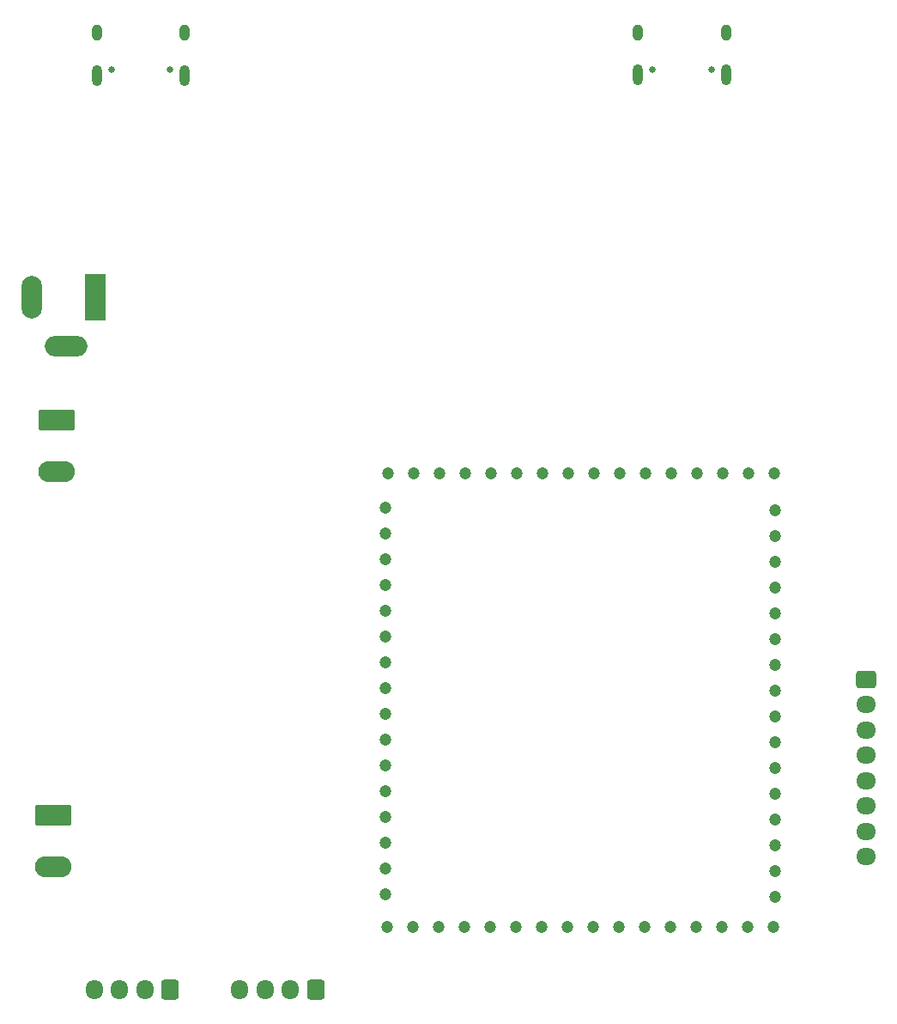
<source format=gbs>
G04 #@! TF.GenerationSoftware,KiCad,Pcbnew,(6.0.0)*
G04 #@! TF.CreationDate,2022-08-31T12:15:39-03:00*
G04 #@! TF.ProjectId,PCBMestrado_v1,5043424d-6573-4747-9261-646f5f76312e,rev?*
G04 #@! TF.SameCoordinates,Original*
G04 #@! TF.FileFunction,Soldermask,Bot*
G04 #@! TF.FilePolarity,Negative*
%FSLAX46Y46*%
G04 Gerber Fmt 4.6, Leading zero omitted, Abs format (unit mm)*
G04 Created by KiCad (PCBNEW (6.0.0)) date 2022-08-31 12:15:39*
%MOMM*%
%LPD*%
G01*
G04 APERTURE LIST*
G04 Aperture macros list*
%AMRoundRect*
0 Rectangle with rounded corners*
0 $1 Rounding radius*
0 $2 $3 $4 $5 $6 $7 $8 $9 X,Y pos of 4 corners*
0 Add a 4 corners polygon primitive as box body*
4,1,4,$2,$3,$4,$5,$6,$7,$8,$9,$2,$3,0*
0 Add four circle primitives for the rounded corners*
1,1,$1+$1,$2,$3*
1,1,$1+$1,$4,$5*
1,1,$1+$1,$6,$7*
1,1,$1+$1,$8,$9*
0 Add four rect primitives between the rounded corners*
20,1,$1+$1,$2,$3,$4,$5,0*
20,1,$1+$1,$4,$5,$6,$7,0*
20,1,$1+$1,$6,$7,$8,$9,0*
20,1,$1+$1,$8,$9,$2,$3,0*%
G04 Aperture macros list end*
%ADD10RoundRect,0.250000X-0.725000X0.600000X-0.725000X-0.600000X0.725000X-0.600000X0.725000X0.600000X0*%
%ADD11O,1.950000X1.700000*%
%ADD12C,0.650000*%
%ADD13O,1.000000X1.600000*%
%ADD14O,1.000000X2.100000*%
%ADD15C,1.200000*%
%ADD16RoundRect,0.250000X0.600000X0.725000X-0.600000X0.725000X-0.600000X-0.725000X0.600000X-0.725000X0*%
%ADD17O,1.700000X1.950000*%
%ADD18RoundRect,0.249999X-1.550001X0.790001X-1.550001X-0.790001X1.550001X-0.790001X1.550001X0.790001X0*%
%ADD19O,3.600000X2.080000*%
%ADD20R,2.000000X4.600000*%
%ADD21O,2.000000X4.200000*%
%ADD22O,4.200000X2.000000*%
G04 APERTURE END LIST*
D10*
X190119000Y-117914400D03*
D11*
X190119000Y-120414400D03*
X190119000Y-122914400D03*
X190119000Y-125414400D03*
X190119000Y-127914400D03*
X190119000Y-130414400D03*
X190119000Y-132914400D03*
X190119000Y-135414400D03*
D12*
X174848000Y-57843800D03*
X169068000Y-57843800D03*
D13*
X167638000Y-54193800D03*
D14*
X167638000Y-58373800D03*
D13*
X176278000Y-54193800D03*
D14*
X176278000Y-58373800D03*
D15*
X142732200Y-101000800D03*
X142732200Y-103540800D03*
X142732200Y-106080800D03*
X142732200Y-108620800D03*
X142732200Y-111160800D03*
X142732200Y-113700800D03*
X142732200Y-116240800D03*
X142732200Y-118780800D03*
X142732200Y-121320800D03*
X142732200Y-123860800D03*
X142732200Y-126400800D03*
X142732200Y-128940800D03*
X142732200Y-131480800D03*
X142732200Y-134020800D03*
X142732200Y-136560800D03*
X142732200Y-139100800D03*
X142887200Y-142355800D03*
X145427200Y-142355800D03*
X147967200Y-142355800D03*
X150507200Y-142355800D03*
X153047200Y-142355800D03*
X155587200Y-142355800D03*
X158127200Y-142355800D03*
X160667200Y-142355800D03*
X163207200Y-142355800D03*
X165747200Y-142355800D03*
X168287200Y-142355800D03*
X170827200Y-142355800D03*
X173367200Y-142355800D03*
X175907200Y-142355800D03*
X178447200Y-142355800D03*
X180987200Y-142355800D03*
X181132200Y-139350800D03*
X181132200Y-136810800D03*
X181132200Y-134270800D03*
X181132200Y-131730800D03*
X181132200Y-129190800D03*
X181132200Y-126650800D03*
X181132200Y-124110800D03*
X181132200Y-121570800D03*
X181132200Y-119030800D03*
X181132200Y-116490800D03*
X181132200Y-113950800D03*
X181132200Y-111410800D03*
X181132200Y-108870800D03*
X181132200Y-106330800D03*
X181132200Y-103790800D03*
X181132200Y-101250800D03*
X181037200Y-97605800D03*
X178497200Y-97605800D03*
X175957200Y-97605800D03*
X173417200Y-97605800D03*
X170877200Y-97605800D03*
X168337200Y-97605800D03*
X165797200Y-97605800D03*
X163257200Y-97605800D03*
X160717200Y-97605800D03*
X158177200Y-97605800D03*
X155637200Y-97605800D03*
X153097200Y-97605800D03*
X150557200Y-97605800D03*
X148017200Y-97605800D03*
X145477200Y-97605800D03*
X142937200Y-97605800D03*
D16*
X135839200Y-148513800D03*
D17*
X133339200Y-148513800D03*
X130839200Y-148513800D03*
X128339200Y-148513800D03*
D18*
X110236000Y-92329000D03*
D19*
X110236000Y-97409000D03*
D12*
X121482600Y-57869200D03*
X115702600Y-57869200D03*
D14*
X114272600Y-58399200D03*
D13*
X122912600Y-54219200D03*
D14*
X122912600Y-58399200D03*
D13*
X114272600Y-54219200D03*
D20*
X114096800Y-80249000D03*
D21*
X107796800Y-80249000D03*
D22*
X111196800Y-85049000D03*
D18*
X109974900Y-131343400D03*
D19*
X109974900Y-136423400D03*
D16*
X121462800Y-148513800D03*
D17*
X118962800Y-148513800D03*
X116462800Y-148513800D03*
X113962800Y-148513800D03*
M02*

</source>
